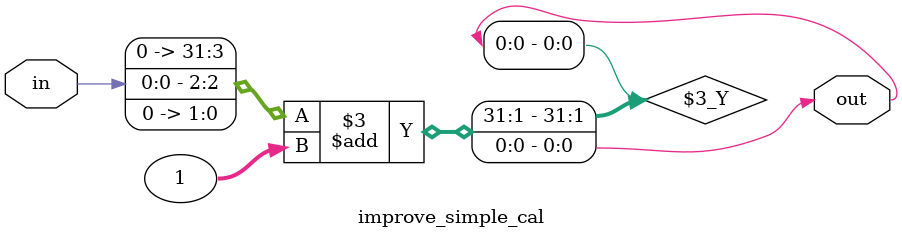
<source format=v>
module improve(
    input wire a,
    input wire b,
    output wire y
);
    wire x;
    improve_simple_cal cal0(.in(1), .out(x));
    improve_mux2to1 mux0 (.in0(a), .in1(x), .sel(b), .out(y));
endmodule

// 2-to-1 Multiplexer Module
module improve_mux2to1(
    input wire in0,
    input wire in1,
    input wire sel,
    output reg out
);
    always @(*) begin
        out = sel ? in1 : in0; // Use ternary operator for clarity
    end
endmodule

// simple calculation
module improve_simple_cal(
    input wire in,
    output reg out
);
    always @(*) begin
          out = (in << 2) + 1;
    end
endmodule

</source>
